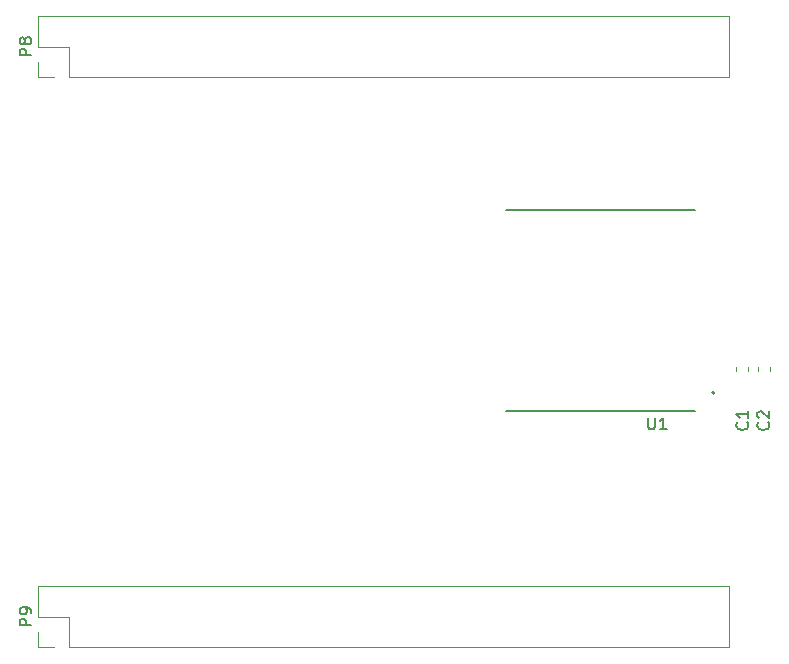
<source format=gbr>
%TF.GenerationSoftware,KiCad,Pcbnew,7.0.9*%
%TF.CreationDate,2024-01-04T22:09:18+01:00*%
%TF.ProjectId,BeaglebonePCBma_yC,42656167-6c65-4626-9f6e-655043426d61,rev?*%
%TF.SameCoordinates,Original*%
%TF.FileFunction,Legend,Top*%
%TF.FilePolarity,Positive*%
%FSLAX46Y46*%
G04 Gerber Fmt 4.6, Leading zero omitted, Abs format (unit mm)*
G04 Created by KiCad (PCBNEW 7.0.9) date 2024-01-04 22:09:18*
%MOMM*%
%LPD*%
G01*
G04 APERTURE LIST*
%ADD10C,0.150000*%
%ADD11C,0.127000*%
%ADD12C,0.200000*%
%ADD13C,0.120000*%
G04 APERTURE END LIST*
D10*
X170023095Y-79959819D02*
X170023095Y-80769342D01*
X170023095Y-80769342D02*
X170070714Y-80864580D01*
X170070714Y-80864580D02*
X170118333Y-80912200D01*
X170118333Y-80912200D02*
X170213571Y-80959819D01*
X170213571Y-80959819D02*
X170404047Y-80959819D01*
X170404047Y-80959819D02*
X170499285Y-80912200D01*
X170499285Y-80912200D02*
X170546904Y-80864580D01*
X170546904Y-80864580D02*
X170594523Y-80769342D01*
X170594523Y-80769342D02*
X170594523Y-79959819D01*
X171594523Y-80959819D02*
X171023095Y-80959819D01*
X171308809Y-80959819D02*
X171308809Y-79959819D01*
X171308809Y-79959819D02*
X171213571Y-80102676D01*
X171213571Y-80102676D02*
X171118333Y-80197914D01*
X171118333Y-80197914D02*
X171023095Y-80245533D01*
X180174580Y-80366666D02*
X180222200Y-80414285D01*
X180222200Y-80414285D02*
X180269819Y-80557142D01*
X180269819Y-80557142D02*
X180269819Y-80652380D01*
X180269819Y-80652380D02*
X180222200Y-80795237D01*
X180222200Y-80795237D02*
X180126961Y-80890475D01*
X180126961Y-80890475D02*
X180031723Y-80938094D01*
X180031723Y-80938094D02*
X179841247Y-80985713D01*
X179841247Y-80985713D02*
X179698390Y-80985713D01*
X179698390Y-80985713D02*
X179507914Y-80938094D01*
X179507914Y-80938094D02*
X179412676Y-80890475D01*
X179412676Y-80890475D02*
X179317438Y-80795237D01*
X179317438Y-80795237D02*
X179269819Y-80652380D01*
X179269819Y-80652380D02*
X179269819Y-80557142D01*
X179269819Y-80557142D02*
X179317438Y-80414285D01*
X179317438Y-80414285D02*
X179365057Y-80366666D01*
X179365057Y-79985713D02*
X179317438Y-79938094D01*
X179317438Y-79938094D02*
X179269819Y-79842856D01*
X179269819Y-79842856D02*
X179269819Y-79604761D01*
X179269819Y-79604761D02*
X179317438Y-79509523D01*
X179317438Y-79509523D02*
X179365057Y-79461904D01*
X179365057Y-79461904D02*
X179460295Y-79414285D01*
X179460295Y-79414285D02*
X179555533Y-79414285D01*
X179555533Y-79414285D02*
X179698390Y-79461904D01*
X179698390Y-79461904D02*
X180269819Y-80033332D01*
X180269819Y-80033332D02*
X180269819Y-79414285D01*
X178404580Y-80366666D02*
X178452200Y-80414285D01*
X178452200Y-80414285D02*
X178499819Y-80557142D01*
X178499819Y-80557142D02*
X178499819Y-80652380D01*
X178499819Y-80652380D02*
X178452200Y-80795237D01*
X178452200Y-80795237D02*
X178356961Y-80890475D01*
X178356961Y-80890475D02*
X178261723Y-80938094D01*
X178261723Y-80938094D02*
X178071247Y-80985713D01*
X178071247Y-80985713D02*
X177928390Y-80985713D01*
X177928390Y-80985713D02*
X177737914Y-80938094D01*
X177737914Y-80938094D02*
X177642676Y-80890475D01*
X177642676Y-80890475D02*
X177547438Y-80795237D01*
X177547438Y-80795237D02*
X177499819Y-80652380D01*
X177499819Y-80652380D02*
X177499819Y-80557142D01*
X177499819Y-80557142D02*
X177547438Y-80414285D01*
X177547438Y-80414285D02*
X177595057Y-80366666D01*
X178499819Y-79414285D02*
X178499819Y-79985713D01*
X178499819Y-79699999D02*
X177499819Y-79699999D01*
X177499819Y-79699999D02*
X177642676Y-79795237D01*
X177642676Y-79795237D02*
X177737914Y-79890475D01*
X177737914Y-79890475D02*
X177785533Y-79985713D01*
X117809819Y-49303094D02*
X116809819Y-49303094D01*
X116809819Y-49303094D02*
X116809819Y-48922142D01*
X116809819Y-48922142D02*
X116857438Y-48826904D01*
X116857438Y-48826904D02*
X116905057Y-48779285D01*
X116905057Y-48779285D02*
X117000295Y-48731666D01*
X117000295Y-48731666D02*
X117143152Y-48731666D01*
X117143152Y-48731666D02*
X117238390Y-48779285D01*
X117238390Y-48779285D02*
X117286009Y-48826904D01*
X117286009Y-48826904D02*
X117333628Y-48922142D01*
X117333628Y-48922142D02*
X117333628Y-49303094D01*
X117238390Y-48160237D02*
X117190771Y-48255475D01*
X117190771Y-48255475D02*
X117143152Y-48303094D01*
X117143152Y-48303094D02*
X117047914Y-48350713D01*
X117047914Y-48350713D02*
X117000295Y-48350713D01*
X117000295Y-48350713D02*
X116905057Y-48303094D01*
X116905057Y-48303094D02*
X116857438Y-48255475D01*
X116857438Y-48255475D02*
X116809819Y-48160237D01*
X116809819Y-48160237D02*
X116809819Y-47969761D01*
X116809819Y-47969761D02*
X116857438Y-47874523D01*
X116857438Y-47874523D02*
X116905057Y-47826904D01*
X116905057Y-47826904D02*
X117000295Y-47779285D01*
X117000295Y-47779285D02*
X117047914Y-47779285D01*
X117047914Y-47779285D02*
X117143152Y-47826904D01*
X117143152Y-47826904D02*
X117190771Y-47874523D01*
X117190771Y-47874523D02*
X117238390Y-47969761D01*
X117238390Y-47969761D02*
X117238390Y-48160237D01*
X117238390Y-48160237D02*
X117286009Y-48255475D01*
X117286009Y-48255475D02*
X117333628Y-48303094D01*
X117333628Y-48303094D02*
X117428866Y-48350713D01*
X117428866Y-48350713D02*
X117619342Y-48350713D01*
X117619342Y-48350713D02*
X117714580Y-48303094D01*
X117714580Y-48303094D02*
X117762200Y-48255475D01*
X117762200Y-48255475D02*
X117809819Y-48160237D01*
X117809819Y-48160237D02*
X117809819Y-47969761D01*
X117809819Y-47969761D02*
X117762200Y-47874523D01*
X117762200Y-47874523D02*
X117714580Y-47826904D01*
X117714580Y-47826904D02*
X117619342Y-47779285D01*
X117619342Y-47779285D02*
X117428866Y-47779285D01*
X117428866Y-47779285D02*
X117333628Y-47826904D01*
X117333628Y-47826904D02*
X117286009Y-47874523D01*
X117286009Y-47874523D02*
X117238390Y-47969761D01*
X117809819Y-97563094D02*
X116809819Y-97563094D01*
X116809819Y-97563094D02*
X116809819Y-97182142D01*
X116809819Y-97182142D02*
X116857438Y-97086904D01*
X116857438Y-97086904D02*
X116905057Y-97039285D01*
X116905057Y-97039285D02*
X117000295Y-96991666D01*
X117000295Y-96991666D02*
X117143152Y-96991666D01*
X117143152Y-96991666D02*
X117238390Y-97039285D01*
X117238390Y-97039285D02*
X117286009Y-97086904D01*
X117286009Y-97086904D02*
X117333628Y-97182142D01*
X117333628Y-97182142D02*
X117333628Y-97563094D01*
X117809819Y-96515475D02*
X117809819Y-96324999D01*
X117809819Y-96324999D02*
X117762200Y-96229761D01*
X117762200Y-96229761D02*
X117714580Y-96182142D01*
X117714580Y-96182142D02*
X117571723Y-96086904D01*
X117571723Y-96086904D02*
X117381247Y-96039285D01*
X117381247Y-96039285D02*
X117000295Y-96039285D01*
X117000295Y-96039285D02*
X116905057Y-96086904D01*
X116905057Y-96086904D02*
X116857438Y-96134523D01*
X116857438Y-96134523D02*
X116809819Y-96229761D01*
X116809819Y-96229761D02*
X116809819Y-96420237D01*
X116809819Y-96420237D02*
X116857438Y-96515475D01*
X116857438Y-96515475D02*
X116905057Y-96563094D01*
X116905057Y-96563094D02*
X117000295Y-96610713D01*
X117000295Y-96610713D02*
X117238390Y-96610713D01*
X117238390Y-96610713D02*
X117333628Y-96563094D01*
X117333628Y-96563094D02*
X117381247Y-96515475D01*
X117381247Y-96515475D02*
X117428866Y-96420237D01*
X117428866Y-96420237D02*
X117428866Y-96229761D01*
X117428866Y-96229761D02*
X117381247Y-96134523D01*
X117381247Y-96134523D02*
X117333628Y-96086904D01*
X117333628Y-96086904D02*
X117238390Y-96039285D01*
D11*
%TO.C,U1*%
X173960000Y-79370000D02*
X157960000Y-79370000D01*
X173960000Y-62370000D02*
X157960000Y-62370000D01*
D12*
X175636000Y-77870000D02*
G75*
G03*
X175636000Y-77870000I-100000J0D01*
G01*
D13*
%TO.C,C2*%
X179290000Y-75709420D02*
X179290000Y-75990580D01*
X180310000Y-75709420D02*
X180310000Y-75990580D01*
%TO.C,C1*%
X177490000Y-75709420D02*
X177490000Y-75990580D01*
X178510000Y-75709420D02*
X178510000Y-75990580D01*
%TO.C,P8*%
X118355000Y-51165000D02*
X118355000Y-49835000D01*
X119685000Y-51165000D02*
X118355000Y-51165000D01*
X120955000Y-51165000D02*
X176895000Y-51165000D01*
X120955000Y-51165000D02*
X120955000Y-48565000D01*
X176895000Y-51165000D02*
X176895000Y-45965000D01*
X118355000Y-48565000D02*
X118355000Y-45965000D01*
X120955000Y-48565000D02*
X118355000Y-48565000D01*
X118355000Y-45965000D02*
X176895000Y-45965000D01*
%TO.C,P9*%
X118355000Y-99425000D02*
X118355000Y-98095000D01*
X119685000Y-99425000D02*
X118355000Y-99425000D01*
X120955000Y-99425000D02*
X176895000Y-99425000D01*
X120955000Y-99425000D02*
X120955000Y-96825000D01*
X176895000Y-99425000D02*
X176895000Y-94225000D01*
X118355000Y-96825000D02*
X118355000Y-94225000D01*
X120955000Y-96825000D02*
X118355000Y-96825000D01*
X118355000Y-94225000D02*
X176895000Y-94225000D01*
%TD*%
M02*

</source>
